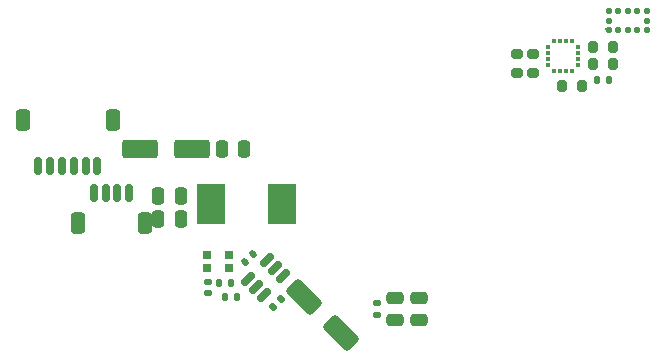
<source format=gbp>
G04 #@! TF.GenerationSoftware,KiCad,Pcbnew,7.0.9*
G04 #@! TF.CreationDate,2024-09-28T03:36:10+08:00*
G04 #@! TF.ProjectId,thingy,7468696e-6779-42e6-9b69-6361645f7063,rev?*
G04 #@! TF.SameCoordinates,Original*
G04 #@! TF.FileFunction,Paste,Bot*
G04 #@! TF.FilePolarity,Positive*
%FSLAX46Y46*%
G04 Gerber Fmt 4.6, Leading zero omitted, Abs format (unit mm)*
G04 Created by KiCad (PCBNEW 7.0.9) date 2024-09-28 03:36:10*
%MOMM*%
%LPD*%
G01*
G04 APERTURE LIST*
G04 Aperture macros list*
%AMRoundRect*
0 Rectangle with rounded corners*
0 $1 Rounding radius*
0 $2 $3 $4 $5 $6 $7 $8 $9 X,Y pos of 4 corners*
0 Add a 4 corners polygon primitive as box body*
4,1,4,$2,$3,$4,$5,$6,$7,$8,$9,$2,$3,0*
0 Add four circle primitives for the rounded corners*
1,1,$1+$1,$2,$3*
1,1,$1+$1,$4,$5*
1,1,$1+$1,$6,$7*
1,1,$1+$1,$8,$9*
0 Add four rect primitives between the rounded corners*
20,1,$1+$1,$2,$3,$4,$5,0*
20,1,$1+$1,$4,$5,$6,$7,0*
20,1,$1+$1,$6,$7,$8,$9,0*
20,1,$1+$1,$8,$9,$2,$3,0*%
G04 Aperture macros list end*
%ADD10RoundRect,0.200000X-0.200000X-0.275000X0.200000X-0.275000X0.200000X0.275000X-0.200000X0.275000X0*%
%ADD11RoundRect,0.250000X-1.272792X0.494975X0.494975X-1.272792X1.272792X-0.494975X-0.494975X1.272792X0*%
%ADD12RoundRect,0.125000X-0.125000X-0.125000X0.125000X-0.125000X0.125000X0.125000X-0.125000X0.125000X0*%
%ADD13RoundRect,0.062500X-0.127500X-0.062500X0.127500X-0.062500X0.127500X0.062500X-0.127500X0.062500X0*%
%ADD14R,0.450000X0.300000*%
%ADD15R,0.300000X0.450000*%
%ADD16RoundRect,0.150000X0.256326X0.468458X-0.468458X-0.256326X-0.256326X-0.468458X0.468458X0.256326X0*%
%ADD17R,2.350000X3.500000*%
%ADD18RoundRect,0.250000X1.250000X0.550000X-1.250000X0.550000X-1.250000X-0.550000X1.250000X-0.550000X0*%
%ADD19RoundRect,0.135000X-0.035355X0.226274X-0.226274X0.035355X0.035355X-0.226274X0.226274X-0.035355X0*%
%ADD20RoundRect,0.135000X-0.135000X-0.185000X0.135000X-0.185000X0.135000X0.185000X-0.135000X0.185000X0*%
%ADD21RoundRect,0.135000X0.135000X0.185000X-0.135000X0.185000X-0.135000X-0.185000X0.135000X-0.185000X0*%
%ADD22R,0.700000X0.700000*%
%ADD23RoundRect,0.200000X-0.275000X0.200000X-0.275000X-0.200000X0.275000X-0.200000X0.275000X0.200000X0*%
%ADD24RoundRect,0.200000X0.200000X0.275000X-0.200000X0.275000X-0.200000X-0.275000X0.200000X-0.275000X0*%
%ADD25RoundRect,0.250000X0.250000X0.475000X-0.250000X0.475000X-0.250000X-0.475000X0.250000X-0.475000X0*%
%ADD26RoundRect,0.250000X-0.250000X-0.475000X0.250000X-0.475000X0.250000X0.475000X-0.250000X0.475000X0*%
%ADD27RoundRect,0.250000X-0.475000X0.250000X-0.475000X-0.250000X0.475000X-0.250000X0.475000X0.250000X0*%
%ADD28RoundRect,0.150000X-0.150000X-0.625000X0.150000X-0.625000X0.150000X0.625000X-0.150000X0.625000X0*%
%ADD29RoundRect,0.250000X-0.350000X-0.650000X0.350000X-0.650000X0.350000X0.650000X-0.350000X0.650000X0*%
%ADD30RoundRect,0.140000X-0.170000X0.140000X-0.170000X-0.140000X0.170000X-0.140000X0.170000X0.140000X0*%
%ADD31RoundRect,0.140000X0.021213X-0.219203X0.219203X-0.021213X-0.021213X0.219203X-0.219203X0.021213X0*%
G04 APERTURE END LIST*
D10*
X2575000Y11000000D03*
X4225000Y11000000D03*
D11*
X-18800106Y-11772793D03*
X-21911376Y-8661523D03*
D12*
X3900000Y14700000D03*
X3900000Y15500000D03*
X4700000Y15500000D03*
X5500000Y15500000D03*
X6300000Y15500000D03*
X7100000Y15500000D03*
X7100000Y14700000D03*
X7100000Y13900000D03*
X6300000Y13900000D03*
X5500000Y13900000D03*
X4700000Y13900000D03*
X3900000Y13900000D03*
D13*
X3760000Y14025000D03*
D14*
X1275000Y12450000D03*
X1275000Y11950000D03*
X1275000Y11450000D03*
X1275000Y10950000D03*
D15*
X750000Y10425000D03*
X250000Y10425000D03*
X-250000Y10425000D03*
X-750000Y10425000D03*
D14*
X-1275000Y10950000D03*
X-1275000Y11450000D03*
X-1275000Y11950000D03*
X-1275000Y12450000D03*
D15*
X-750000Y12975000D03*
X-250000Y12975000D03*
X250000Y12975000D03*
X750000Y12975000D03*
D16*
X-26652170Y-7165166D03*
X-25980419Y-7836917D03*
X-25308668Y-8508668D03*
X-23700000Y-6900000D03*
X-24371751Y-6228249D03*
X-25043502Y-5556498D03*
D17*
X-29800000Y-800000D03*
X-23750000Y-800000D03*
D18*
X-35800000Y3800000D03*
X-31400000Y3800000D03*
D19*
X-23839376Y-8839376D03*
X-24560624Y-9560624D03*
D20*
X-28610000Y-8700000D03*
X-27590000Y-8700000D03*
D21*
X3910000Y9700000D03*
X2890000Y9700000D03*
X-28090000Y-7500000D03*
X-29110000Y-7500000D03*
D22*
X-28285000Y-5150000D03*
X-28285000Y-6250000D03*
X-30115000Y-6250000D03*
X-30115000Y-5150000D03*
D23*
X-2500000Y11925000D03*
X-2500000Y10275000D03*
X-3900000Y11925000D03*
X-3900000Y10275000D03*
D24*
X1625000Y9200000D03*
X-25000Y9200000D03*
D10*
X2575000Y12500000D03*
X4225000Y12500000D03*
D25*
X-34250000Y-100000D03*
X-32350000Y-100000D03*
X-32350000Y-2100000D03*
X-34250000Y-2100000D03*
D26*
X-26950000Y3800000D03*
X-28850000Y3800000D03*
D27*
X-14200000Y-8750000D03*
X-14200000Y-10650000D03*
X-12200000Y-8750000D03*
X-12200000Y-10650000D03*
D28*
X-44400000Y2400000D03*
X-43400000Y2400000D03*
X-42400000Y2400000D03*
X-41400000Y2400000D03*
X-40400000Y2400000D03*
X-39400000Y2400000D03*
D29*
X-38100000Y6275000D03*
X-45700000Y6275000D03*
D30*
X-30000000Y-8380000D03*
X-30000000Y-7420000D03*
X-15700000Y-9220000D03*
X-15700000Y-10180000D03*
D31*
X-26260589Y-5060589D03*
X-26939411Y-5739411D03*
D28*
X-39700000Y125000D03*
X-38700000Y125000D03*
X-37700000Y125000D03*
X-36700000Y125000D03*
D29*
X-41000000Y-2400000D03*
X-35400000Y-2400000D03*
M02*

</source>
